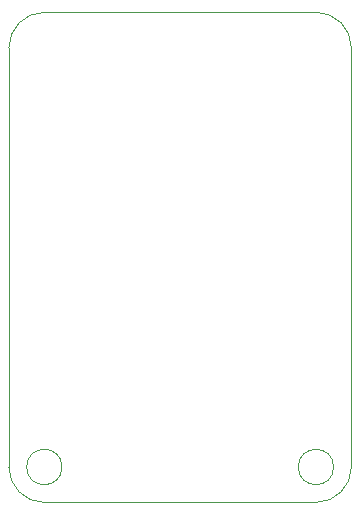
<source format=gbr>
%TF.GenerationSoftware,KiCad,Pcbnew,8.0.5*%
%TF.CreationDate,2025-02-27T19:04:08-06:00*%
%TF.ProjectId,PIC16F15313tht,50494331-3646-4313-9533-31337468742e,rev?*%
%TF.SameCoordinates,Original*%
%TF.FileFunction,Profile,NP*%
%FSLAX46Y46*%
G04 Gerber Fmt 4.6, Leading zero omitted, Abs format (unit mm)*
G04 Created by KiCad (PCBNEW 8.0.5) date 2025-02-27 19:04:08*
%MOMM*%
%LPD*%
G01*
G04 APERTURE LIST*
%TA.AperFunction,Profile*%
%ADD10C,0.050000*%
%TD*%
G04 APERTURE END LIST*
D10*
X85500000Y-109000000D02*
X85500000Y-73500000D01*
X111500000Y-112000000D02*
X88500000Y-112000000D01*
X88500000Y-112000000D02*
G75*
G02*
X85500000Y-109000000I0J3000000D01*
G01*
X114500000Y-109000000D02*
X114500000Y-73500000D01*
X111500000Y-70500000D02*
G75*
G02*
X114500000Y-73500000I0J-3000000D01*
G01*
X85500000Y-73500000D02*
G75*
G02*
X88500000Y-70500000I3000000J0D01*
G01*
X90000000Y-109000000D02*
G75*
G02*
X87000000Y-109000000I-1500000J0D01*
G01*
X87000000Y-109000000D02*
G75*
G02*
X90000000Y-109000000I1500000J0D01*
G01*
X113000000Y-109000000D02*
G75*
G02*
X110000000Y-109000000I-1500000J0D01*
G01*
X110000000Y-109000000D02*
G75*
G02*
X113000000Y-109000000I1500000J0D01*
G01*
X114500000Y-109000000D02*
G75*
G02*
X111500000Y-112000000I-3000000J0D01*
G01*
X88500000Y-70500000D02*
X111500000Y-70500000D01*
M02*

</source>
